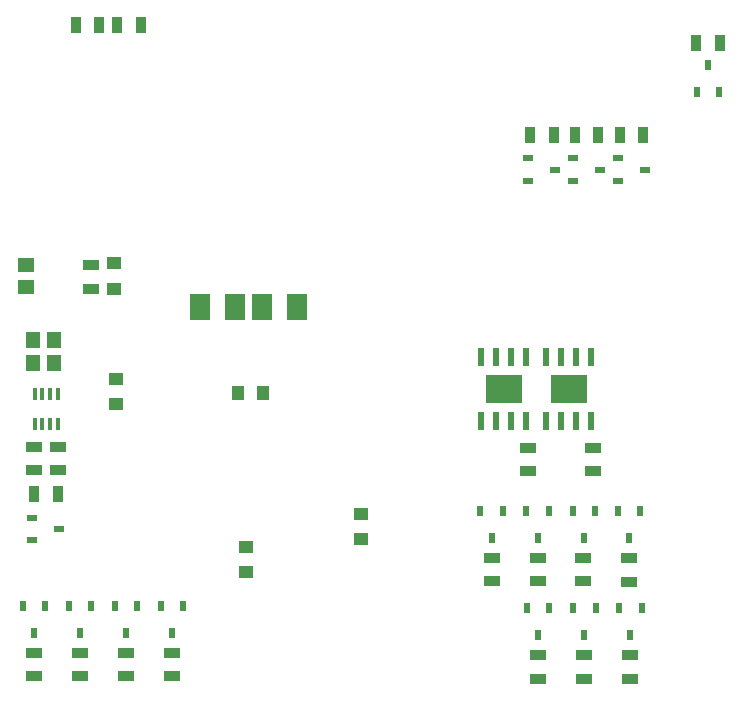
<source format=gbr>
G04 PROTEUS GERBER X2 FILE*
%TF.GenerationSoftware,Labcenter,Proteus,8.12-SP0-Build30713*%
%TF.CreationDate,2021-08-03T17:06:19+00:00*%
%TF.FileFunction,Paste,Top*%
%TF.FilePolarity,Positive*%
%TF.Part,Single*%
%TF.SameCoordinates,{e442dea6-d824-4b69-b240-5084a1d61555}*%
%FSLAX45Y45*%
%MOMM*%
G01*
%TA.AperFunction,Material*%
%ADD61R,0.609600X0.939800*%
%TA.AperFunction,Material*%
%ADD62R,1.447800X0.939800*%
%TA.AperFunction,Material*%
%ADD63R,0.457200X1.041400*%
%TA.AperFunction,Material*%
%ADD64R,0.609600X1.549400*%
%ADD65R,3.149600X2.438400*%
%TA.AperFunction,Material*%
%ADD66R,0.939800X1.447800*%
%ADD67R,1.270000X1.016000*%
%ADD68R,1.143000X1.447800*%
%ADD69R,1.447800X1.143000*%
%TA.AperFunction,Material*%
%ADD74R,0.939800X0.609600*%
%TA.AperFunction,Material*%
%ADD75R,1.016000X1.270000*%
%ADD76R,1.803400X2.260600*%
%TD.AperFunction*%
D61*
X+1065000Y+745000D03*
X+875000Y+745000D03*
X+970000Y+515000D03*
X+5725000Y+725000D03*
X+5535000Y+725000D03*
X+5630000Y+495000D03*
X+5330000Y+1545000D03*
X+5140000Y+1545000D03*
X+5235000Y+1315000D03*
D62*
X+5625000Y+125000D03*
X+5625000Y+325000D03*
X+970000Y+145000D03*
X+970000Y+345000D03*
X+1360000Y+145000D03*
X+1360000Y+345000D03*
D63*
X+975000Y+2280000D03*
X+1040000Y+2280000D03*
X+1105000Y+2280000D03*
X+1170000Y+2280000D03*
X+1170000Y+2540000D03*
X+1105000Y+2540000D03*
X+1040000Y+2540000D03*
X+975000Y+2540000D03*
D62*
X+970000Y+2090000D03*
X+970000Y+1890000D03*
X+1170000Y+1890000D03*
X+1170000Y+2090000D03*
X+5622301Y+950000D03*
X+5622301Y+1150000D03*
X+2140000Y+145000D03*
X+2140000Y+345000D03*
X+5235000Y+949000D03*
X+5235000Y+1149000D03*
X+1750000Y+145000D03*
X+1750000Y+345000D03*
X+6010000Y+945000D03*
X+6010000Y+1145000D03*
X+5240000Y+125000D03*
X+5240000Y+325000D03*
X+6020000Y+125000D03*
X+6020000Y+325000D03*
D61*
X+6105000Y+1545000D03*
X+5915000Y+1545000D03*
X+6010000Y+1315000D03*
X+5335000Y+725000D03*
X+5145000Y+725000D03*
X+5240000Y+495000D03*
X+6115000Y+725000D03*
X+5925000Y+725000D03*
X+6020000Y+495000D03*
X+1455000Y+745000D03*
X+1265000Y+745000D03*
X+1360000Y+515000D03*
D64*
X+5309500Y+2310000D03*
X+5436500Y+2310000D03*
X+5563500Y+2310000D03*
X+5690500Y+2310000D03*
X+5690500Y+2850000D03*
X+5563500Y+2850000D03*
X+5436500Y+2850000D03*
X+5309500Y+2850000D03*
D65*
X+5500000Y+2580000D03*
D64*
X+4759500Y+2310000D03*
X+4886500Y+2310000D03*
X+5013500Y+2310000D03*
X+5140500Y+2310000D03*
X+5140500Y+2850000D03*
X+5013500Y+2850000D03*
X+4886500Y+2850000D03*
X+4759500Y+2850000D03*
D65*
X+4950000Y+2580000D03*
D66*
X+1675000Y+5660000D03*
X+1875000Y+5660000D03*
X+1525000Y+5660000D03*
X+1325000Y+5660000D03*
X+970000Y+1690000D03*
X+1170000Y+1690000D03*
D62*
X+5700000Y+2080000D03*
X+5700000Y+1880000D03*
X+5150000Y+2080000D03*
X+5150000Y+1880000D03*
D67*
X+1664768Y+2449944D03*
X+1664768Y+2663304D03*
D68*
X+959318Y+2799318D03*
X+1139318Y+2799318D03*
D69*
X+905000Y+3625000D03*
X+905000Y+3445000D03*
D62*
X+1449056Y+3429056D03*
X+1449056Y+3629056D03*
D67*
X+1649056Y+3642416D03*
X+1649056Y+3429056D03*
D61*
X+1845000Y+745000D03*
X+1655000Y+745000D03*
X+1750000Y+515000D03*
X+2235000Y+745000D03*
X+2045000Y+745000D03*
X+2140000Y+515000D03*
X+4940000Y+1545000D03*
X+4750000Y+1545000D03*
X+4845000Y+1315000D03*
D62*
X+4845000Y+950000D03*
X+4845000Y+1150000D03*
D61*
X+5720000Y+1545000D03*
X+5530000Y+1545000D03*
X+5625000Y+1315000D03*
D74*
X+950000Y+1490000D03*
X+950000Y+1300000D03*
X+1180000Y+1395000D03*
D66*
X+5170000Y+4725000D03*
X+5370000Y+4725000D03*
D74*
X+5150000Y+4530000D03*
X+5150000Y+4340000D03*
X+5380000Y+4435000D03*
X+5530000Y+4530000D03*
X+5530000Y+4340000D03*
X+5760000Y+4435000D03*
X+5915000Y+4530000D03*
X+5915000Y+4340000D03*
X+6145000Y+4435000D03*
D61*
X+6580000Y+5090000D03*
X+6770000Y+5090000D03*
X+6675000Y+5320000D03*
D66*
X+5550000Y+4725000D03*
X+5750000Y+4725000D03*
X+5930000Y+4725000D03*
X+6130000Y+4725000D03*
X+6775000Y+5510000D03*
X+6575000Y+5510000D03*
D67*
X+2765000Y+1238360D03*
X+2765000Y+1025000D03*
X+3740000Y+1520000D03*
X+3740000Y+1306640D03*
D75*
X+2696640Y+2545000D03*
X+2910000Y+2545000D03*
D76*
X+2905000Y+3275000D03*
X+3195000Y+3275000D03*
X+2380000Y+3275000D03*
X+2670000Y+3275000D03*
D68*
X+960000Y+2995000D03*
X+1140000Y+2995000D03*
M02*

</source>
